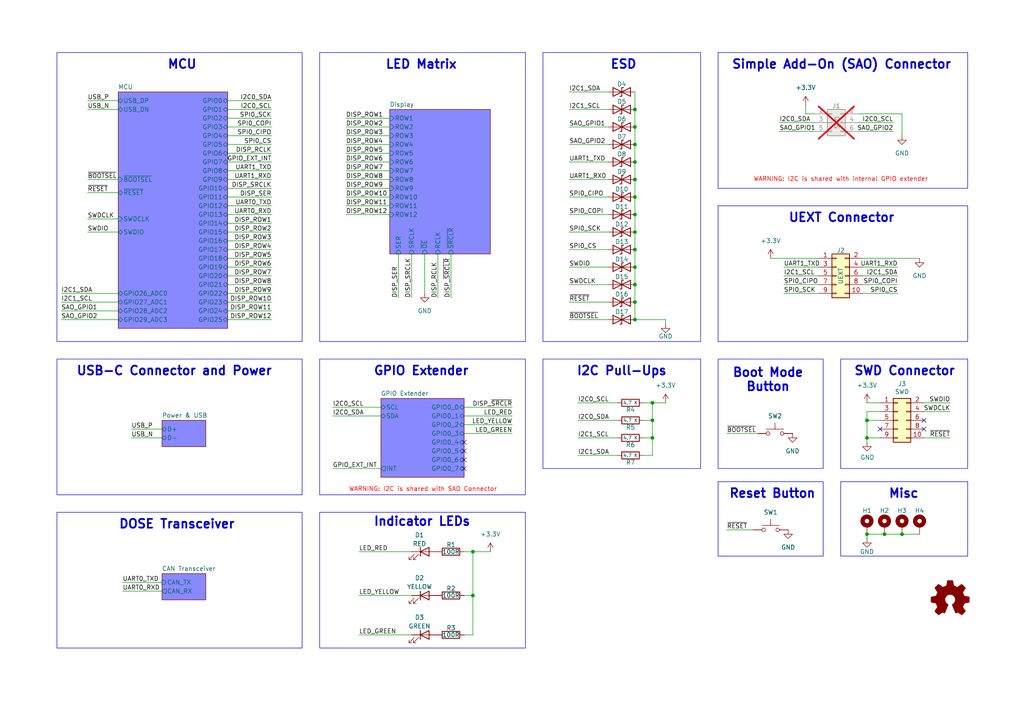
<source format=kicad_sch>
(kicad_sch (version 20250114) (generator "eeschema") (generator_version "9.0")
  (paper "A4")
  (title_block (title "Badge for RIOT Summit '25") (date "2025-08-03") (rev "0.1") (company "Marian Buschsieweke") (comment 1 "With lots of help from https://badge.team"))
  (lib_symbols
    (symbol "Connector_Generic:Conn_02x03_Odd_Even" (pin_names (offset 1.016) (hide yes))
      (property "Reference" "J" (at 1.27 5.08 0))
      (property "Value" "Conn_02x03_Odd_Even" (at 1.27 -5.08 0))
      (symbol "Conn_02x03_Odd_Even_1_1"
        (rectangle (start -1.27 3.81) (end 3.81 -3.81) (stroke (width 0.254)) (fill (type background)))
        (rectangle (start -1.27 2.667) (end 0 2.413) (stroke (width 0.1524)))
        (rectangle (start -1.27 0.127) (end 0 -0.127) (stroke (width 0.1524)))
        (rectangle (start -1.27 -2.413) (end 0 -2.667) (stroke (width 0.1524)))
        (rectangle (start 3.81 2.667) (end 2.54 2.413) (stroke (width 0.1524)))
        (rectangle (start 3.81 0.127) (end 2.54 -0.127) (stroke (width 0.1524)))
        (rectangle (start 3.81 -2.413) (end 2.54 -2.667) (stroke (width 0.1524)))
        (pin passive line (at -5.08 2.54 0) (length 3.81) (name "Pin_1") (number "1"))
        (pin passive line (at -5.08 0 0) (length 3.81) (name "Pin_3") (number "3"))
        (pin passive line (at -5.08 -2.54 0) (length 3.81) (name "Pin_5") (number "5"))
        (pin passive line (at 7.62 2.54 180) (length 3.81) (name "Pin_2") (number "2"))
        (pin passive line (at 7.62 0 180) (length 3.81) (name "Pin_4") (number "4"))
        (pin passive line (at 7.62 -2.54 180) (length 3.81) (name "Pin_6") (number "6"))
      )
    )
    (symbol "Connector_Generic:Conn_02x05_Odd_Even" (pin_names (offset 1.016) (hide yes))
      (property "Reference" "J" (at 1.27 7.62 0))
      (property "Value" "Conn_02x05_Odd_Even" (at 1.27 -7.62 0))
      (symbol "Conn_02x05_Odd_Even_1_1"
        (rectangle (start -1.27 6.35) (end 3.81 -6.35) (stroke (width 0.254)) (fill (type background)))
        (rectangle (start -1.27 5.207) (end 0 4.953) (stroke (width 0.1524)))
        (rectangle (start -1.27 2.667) (end 0 2.413) (stroke (width 0.1524)))
        (rectangle (start -1.27 0.127) (end 0 -0.127) (stroke (width 0.1524)))
        (rectangle (start -1.27 -2.413) (end 0 -2.667) (stroke (width 0.1524)))
        (rectangle (start -1.27 -4.953) (end 0 -5.207) (stroke (width 0.1524)))
        (rectangle (start 3.81 5.207) (end 2.54 4.953) (stroke (width 0.1524)))
        (rectangle (start 3.81 2.667) (end 2.54 2.413) (stroke (width 0.1524)))
        (rectangle (start 3.81 0.127) (end 2.54 -0.127) (stroke (width 0.1524)))
        (rectangle (start 3.81 -2.413) (end 2.54 -2.667) (stroke (width 0.1524)))
        (rectangle (start 3.81 -4.953) (end 2.54 -5.207) (stroke (width 0.1524)))
        (pin passive line (at -5.08 5.08 0) (length 3.81) (name "Pin_1") (number "1"))
        (pin passive line (at -5.08 2.54 0) (length 3.81) (name "Pin_3") (number "3"))
        (pin passive line (at -5.08 0 0) (length 3.81) (name "Pin_5") (number "5"))
        (pin passive line (at -5.08 -2.54 0) (length 3.81) (name "Pin_7") (number "7"))
        (pin passive line (at -5.08 -5.08 0) (length 3.81) (name "Pin_9") (number "9"))
        (pin passive line (at 7.62 5.08 180) (length 3.81) (name "Pin_2") (number "2"))
        (pin passive line (at 7.62 2.54 180) (length 3.81) (name "Pin_4") (number "4"))
        (pin passive line (at 7.62 0 180) (length 3.81) (name "Pin_6") (number "6"))
        (pin passive line (at 7.62 -2.54 180) (length 3.81) (name "Pin_8") (number "8"))
        (pin passive line (at 7.62 -5.08 180) (length 3.81) (name "Pin_10") (number "10"))
      )
    )
    (symbol "Device:D_TVS" (pin_numbers (hide yes)) (pin_names (offset 1.016) (hide yes))
      (property "Reference" "D" (at 0 2.54 0))
      (property "Value" "D_TVS" (at 0 -2.54 0))
      (symbol "D_TVS_0_1"
        (polyline (pts (xy -2.54 1.27) (xy -2.54 -1.27) (xy 2.54 1.27) (xy 2.54 -1.27) (xy -2.54 1.27)) (stroke (width 0.254)))
        (polyline (pts (xy 0.508 1.27) (xy 0 1.27) (xy 0 -1.27) (xy -0.508 -1.27)) (stroke (width 0.254)))
        (polyline (pts (xy 1.27 0) (xy -1.27 0)))
      )
      (symbol "D_TVS_1_1"
        (pin passive line (at -3.81 0 0) (length 2.54) (name "A1") (number "1"))
        (pin passive line (at 3.81 0 180) (length 2.54) (name "A2") (number "2"))
      )
    )
    (symbol "Device:LED" (pin_numbers (hide yes)) (pin_names (offset 1.016) (hide yes))
      (property "Reference" "D" (at 0 2.54 0))
      (property "Value" "LED" (at 0 -2.54 0))
      (symbol "LED_0_1"
        (polyline (pts (xy -3.048 -0.762) (xy -4.572 -2.286) (xy -3.81 -2.286) (xy -4.572 -2.286) (xy -4.572 -1.524)))
        (polyline (pts (xy -1.778 -0.762) (xy -3.302 -2.286) (xy -2.54 -2.286) (xy -3.302 -2.286) (xy -3.302 -1.524)))
        (polyline (pts (xy -1.27 0) (xy 1.27 0)))
        (polyline (pts (xy -1.27 -1.27) (xy -1.27 1.27)) (stroke (width 0.254)))
        (polyline (pts (xy 1.27 -1.27) (xy 1.27 1.27) (xy -1.27 0) (xy 1.27 -1.27)) (stroke (width 0.254)))
      )
      (symbol "LED_1_1"
        (pin passive line (at -3.81 0 0) (length 2.54) (name "K") (number "1"))
        (pin passive line (at 3.81 0 180) (length 2.54) (name "A") (number "2"))
      )
    )
    (symbol "Device:R" (pin_numbers (hide yes)) (pin_names (offset 0))
      (property "Reference" "R" (at 2.032 0 90))
      (property "Value" "R" (at 0 0 90))
      (symbol "R_0_1"
        (rectangle (start -1.016 -2.54) (end 1.016 2.54) (stroke (width 0.254)))
      )
      (symbol "R_1_1"
        (pin passive line (at 0 3.81 270) (length 1.27) (name "~") (number "1"))
        (pin passive line (at 0 -3.81 90) (length 1.27) (name "~") (number "2"))
      )
    )
    (symbol "Graphic:Logo_Open_Hardware_Small" (in_bom no) (on_board no)
      (symbol "Logo_Open_Hardware_Small_0_1"
        (polyline (pts (xy 3.3528 -4.3434) (xy 3.302 -4.318) (xy 3.175 -4.2418) (xy 2.9972 -4.1148) (xy 2.7686 -3.9624) (xy 2.54 -3.81) (xy 2.3622 -3.7084) (xy 2.2352 -3.6068) (xy 2.1844 -3.5814) (xy 2.159 -3.6068) (xy 2.0574 -3.6576) (xy 1.905 -3.7338) (xy 1.8034 -3.7846) (xy 1.6764 -3.8354) (xy 1.6002 -3.8354) (xy 1.6002 -3.8354) (xy 1.5494 -3.7338) (xy 1.4732 -3.5306) (xy 1.3462 -3.302) (xy 1.2446 -3.0226) (xy 1.1176 -2.7178) (xy 0.9652 -2.413) (xy 0.8636 -2.1082) (xy 0.7366 -1.8288) (xy 0.6604 -1.6256) (xy 0.6096 -1.4732) (xy 0.5842 -1.397) (xy 0.5842 -1.397) (xy 0.6604 -1.3208) (xy 0.7874 -1.2446) (xy 1.0414 -1.016) (xy 1.2954 -0.6858) (xy 1.4478 -0.3302) (xy 1.524 0.0762) (xy 1.4732 0.4572) (xy 1.3208 0.8128) (xy 1.0668 1.143) (xy 0.762 1.3716) (xy 0.4064 1.524) (xy 0 1.5748) (xy -0.381 1.5494) (xy -0.7366 1.397) (xy -1.0668 1.143) (xy -1.2192 0.9906) (xy -1.397 0.6604) (xy -1.524 0.3048) (xy -1.524 0.2286) (xy -1.4986 -0.1778) (xy -1.397 -0.5334) (xy -1.1938 -0.8636) (xy -0.9144 -1.143) (xy -0.8636 -1.1684) (xy -0.7366 -1.27) (xy -0.635 -1.3462) (xy -0.5842 -1.397) (xy -1.0668 -2.5908) (xy -1.143 -2.794) (xy -1.2954 -3.1242) (xy -1.397 -3.4036) (xy -1.4986 -3.6322) (xy -1.5748 -3.7846) (xy -1.6002 -3.8354) (xy -1.6002 -3.8354) (xy -1.651 -3.8354) (xy -1.7272 -3.81) (xy -1.905 -3.7338) (xy -2.0066 -3.683) (xy -2.1336 -3.6068) (xy -2.2098 -3.5814) (xy -2.2606 -3.6068) (xy -2.3622 -3.683) (xy -2.54 -3.81) (xy -2.7686 -3.9624) (xy -2.9718 -4.0894) (xy -3.1496 -4.2164) (xy -3.302 -4.318) (xy -3.3528 -4.3434) (xy -3.3782 -4.3434) (xy -3.429 -4.318) (xy -3.5306 -4.2164) (xy -3.7084 -4.064) (xy -3.937 -3.8354) (xy -3.9624 -3.81) (xy -4.1656 -3.6068) (xy -4.318 -3.4544) (xy -4.4196 -3.3274) (xy -4.445 -3.2766) (xy -4.445 -3.2766) (xy -4.4196 -3.2258) (xy -4.318 -3.0734) (xy -4.2164 -2.8956) (xy -4.064 -2.667) (xy -3.6576 -2.0828) (xy -3.8862 -1.5494) (xy -3.937 -1.3716) (xy -4.0386 -1.1684) (xy -4.0894 -1.0414) (xy -4.1148 -0.9652) (xy -4.191 -0.9398) (xy -4.318 -0.9144) (xy -4.5466 -0.8636) (xy -4.8006 -0.8128) (xy -5.0546 -0.7874) (xy -5.2578 -0.7366) (xy -5.4356 -0.7112) (xy -5.5118 -0.6858) (xy -5.5118 -0.6858) (xy -5.5372 -0.635) (xy -5.5372 -0.5588) (xy -5.5372 -0.4318) (xy -5.5626 -0.2286) (xy -5.5626 0.0762) (xy -5.5626 0.127) (xy -5.5372 0.4064) (xy -5.5372 0.635) (xy -5.5372 0.762) (xy -5.5372 0.8382) (xy -5.5372 0.8382) (xy -5.461 0.8382) (xy -5.3086 0.889) (xy -5.08 0.9144) (xy -4.826 0.9652) (xy -4.8006 0.9906) (xy -4.5466 1.0414) (xy -4.318 1.0668) (xy -4.1656 1.1176) (xy -4.0894 1.143) (xy -4.0894 1.143) (xy -4.0386 1.2446) (xy -3.9624 1.4224) (xy -3.8608 1.6256) (xy -3.7846 1.8288) (xy -3.7084 2.0066) (xy -3.6576 2.159) (xy -3.6322 2.2098) (xy -3.6322 2.2098) (xy -3.683 2.286) (xy -3.7592 2.413) (xy -3.8862 2.5908) (xy -4.064 2.8194) (xy -4.064 2.8448) (xy -4.2164 3.0734) (xy -4.3434 3.2512) (xy -4.4196 3.3782) (xy -4.445 3.4544) (xy -4.445 3.4544) (xy -4.3942 3.5052) (xy -4.2926 3.6322) (xy -4.1148 3.81) (xy -3.937 4.0132) (xy -3.8608 4.064) (xy -3.6576 4.2926) (xy -3.5052 4.4196) (xy -3.4036 4.4958) (xy -3.3528 4.5212) (xy -3.3528 4.5212) (xy -3.302 4.4704) (xy -3.1496 4.3688) (xy -2.9718 4.2418) (xy -2.7432 4.0894) (xy -2.7178 4.0894) (xy -2.4892 3.937) (xy -2.3114 3.81) (xy -2.1844 3.7084) (xy -2.1336 3.683) (xy -2.1082 3.683) (xy -2.032 3.7084) (xy -1.8542 3.7592) (xy -1.6764 3.8354) (xy -1.4732 3.937) (xy -1.27 4.0132) (xy -1.143 4.064) (xy -1.0668 4.1148) (xy -1.0668 4.1148) (xy -1.0414 4.191) (xy -1.016 4.3434) (xy -0.9652 4.572) (xy -0.9144 4.8514) (xy -0.889 4.9022) (xy -0.8382 5.1562) (xy -0.8128 5.3848) (xy -0.7874 5.5372) (xy -0.762 5.588) (xy -0.7112 5.6134) (xy -0.5842 5.6134) (xy -0.4064 5.6134) (xy -0.1524 5.6134) (xy 0.0762 5.6134) (xy 0.3302 5.6134) (xy 0.5334 5.6134) (xy 0.6858 5.588) (xy 0.7366 5.588) (xy 0.7366 5.588) (xy 0.762 5.5118) (xy 0.8128 5.334) (xy 0.8382 5.1054) (xy 0.9144 4.826) (xy 0.9144 4.7752) (xy 0.9652 4.5212) (xy 1.016 4.2926) (xy 1.0414 4.1402) (xy 1.0668 4.0894) (xy 1.0668 4.0894) (xy 1.1938 4.0386) (xy 1.3716 3.9624) (xy 1.5748 3.8608) (xy 2.0828 3.6576) (xy 2.7178 4.0894) (xy 2.7686 4.1402) (xy 2.9972 4.2926) (xy 3.175 4.4196) (xy 3.302 4.4958) (xy 3.3782 4.5212) (xy 3.3782 4.5212) (xy 3.429 4.4704) (xy 3.556 4.3434) (xy 3.7338 4.191) (xy 3.9116 3.9878) (xy 4.064 3.8354) (xy 4.2418 3.6576) (xy 4.3434 3.556) (xy 4.4196 3.4798) (xy 4.4196 3.429) (xy 4.4196 3.4036) (xy 4.3942 3.3274) (xy 4.2926 3.2004) (xy 4.1656 2.9972) (xy 4.0132 2.794) (xy 3.8862 2.5908) (xy 3.7592 2.3876) (xy 3.6576 2.2352) (xy 3.6322 2.159) (xy 3.6322 2.1336) (xy 3.683 2.0066) (xy 3.7592 1.8288) (xy 3.8608 1.6002) (xy 4.064 1.1176) (xy 4.3942 1.0414) (xy 4.5974 1.016) (xy 4.8768 0.9652) (xy 5.1308 0.9144) (xy 5.5372 0.8382) (xy 5.5626 -0.6604) (xy 5.4864 -0.6858) (xy 5.4356 -0.6858) (xy 5.2832 -0.7366) (xy 5.0546 -0.762) (xy 4.8006 -0.8128) (xy 4.5974 -0.8636) (xy 4.3688 -0.9144) (xy 4.2164 -0.9398) (xy 4.1402 -0.9398) (xy 4.1148 -0.9652) (xy 4.064 -1.0668) (xy 3.9878 -1.2446) (xy 3.9116 -1.4478) (xy 3.81 -1.651) (xy 3.7338 -1.8542) (xy 3.683 -2.0066) (xy 3.6576 -2.0828) (xy 3.683 -2.1336) (xy 3.7846 -2.2606) (xy 3.8862 -2.4638) (xy 4.0386 -2.667) (xy 4.191 -2.8956) (xy 4.318 -3.0734) (xy 4.3942 -3.2004) (xy 4.445 -3.2766) (xy 4.4196 -3.3274) (xy 4.3434 -3.429) (xy 4.1656 -3.5814) (xy 3.937 -3.8354) (xy 3.8862 -3.8608) (xy 3.683 -4.064) (xy 3.5306 -4.2164) (xy 3.4036 -4.318) (xy 3.3528 -4.3434)) (fill (type outline)))
      )
    )
    (symbol "Mechanical:MountingHole_Pad" (pin_numbers (hide yes)) (pin_names (offset 1.016) (hide yes)) (in_bom no)
      (property "Reference" "H" (at 0 6.35 0))
      (property "Value" "MountingHole_Pad" (at 0 4.445 0))
      (symbol "MountingHole_Pad_0_1"
        (circle (center 0 1.27) (radius 1.27) (stroke (width 1.27)))
      )
      (symbol "MountingHole_Pad_1_1"
        (pin input line (at 0 -2.54 90) (length 2.54) (name "1") (number "1"))
      )
    )
    (symbol "Switch:SW_Push" (pin_numbers (hide yes)) (pin_names (offset 1.016) (hide yes))
      (property "Reference" "SW" (at 1.27 2.54 0))
      (property "Value" "SW_Push" (at 0 -1.524 0))
      (symbol "SW_Push_0_1"
        (circle (center -2.032 0) (radius 0.508))
        (polyline (pts (xy 0 1.27) (xy 0 3.048)))
        (circle (center 2.032 0) (radius 0.508))
        (polyline (pts (xy 2.54 1.27) (xy -2.54 1.27)))
        (pin passive line (at -5.08 0 0) (length 2.54) (name "1") (number "1"))
        (pin passive line (at 5.08 0 180) (length 2.54) (name "2") (number "2"))
      )
    )
    (symbol "power:+3.3V" (power) (pin_numbers (hide yes)) (pin_names (offset 0) (hide yes))
      (property "Value" "+3.3V" (at 0 3.556 0))
      (symbol "+3.3V_0_1"
        (polyline (pts (xy -0.762 1.27) (xy 0 2.54)))
        (polyline (pts (xy 0 2.54) (xy 0.762 1.27)))
        (polyline (pts (xy 0 0) (xy 0 2.54)))
      )
      (symbol "+3.3V_1_1"
        (pin power_in line (at 0 0 90) (length 0) (name "~") (number "1"))
      )
    )
    (symbol "power:GND" (power) (pin_numbers (hide yes)) (pin_names (offset 0) (hide yes))
      (property "Value" "GND" (at 0 -3.81 0))
      (symbol "GND_0_1"
        (polyline (pts (xy 0 0) (xy 0 -1.27) (xy 1.27 -1.27) (xy 0 -2.54) (xy -1.27 -1.27) (xy 0 -1.27)))
      )
      (symbol "GND_1_1"
        (pin power_in line (at 0 0 270) (length 0) (name "~") (number "1"))
      )
    )
  )
  (rectangle (start 243.84 104.14) (end 280.67 135.89))
  (rectangle (start 16.51 15.24) (end 87.63 99.06))
  (rectangle (start 157.48 15.24) (end 203.2 99.06))
  (rectangle (start 92.71 104.14) (end 152.4 143.51))
  (rectangle (start 208.28 104.14) (end 238.76 135.89))
  (rectangle (start 16.51 104.14) (end 87.63 143.51))
  (rectangle (start 16.51 148.59) (end 87.63 187.96))
  (rectangle (start 157.48 104.14) (end 203.2 135.89))
  (rectangle (start 208.28 15.24) (end 280.67 54.61))
  (rectangle (start 208.28 59.69) (end 280.67 99.06))
  (rectangle (start 92.71 148.59) (end 152.4 187.96))
  (rectangle (start 243.84 139.7) (end 280.67 161.29))
  (rectangle (start 208.28 139.7) (end 238.76 161.29))
  (rectangle (start 92.71 15.24) (end 152.4 99.06))
  (text "UEXT Connector" (at 244.094 63.246 0) (effects (font (size 2.54 2.54) (thickness 0.508) (bold yes))))
  (text "Misc" (at 262.128 143.256 0) (effects (font (size 2.54 2.54) (thickness 0.508) (bold yes))))
  (text "GPIO Extender" (at 122.174 107.696 0) (effects (font (size 2.54 2.54) (thickness 0.508) (bold yes))))
  (text "Boot Mode\nButton" (at 222.758 110.236 0) (effects (font (size 2.54 2.54) (thickness 0.508) (bold yes))))
  (text "Indicator LEDs" (at 122.428 151.384 0) (effects (font (size 2.54 2.54) (thickness 0.508) (bold yes))))
  (text "Reset Button" (at 224.028 143.256 0) (effects (font (size 2.54 2.54) (thickness 0.508) (bold yes))))
  (text "LED Matrix" (at 122.174 18.796 0) (effects (font (size 2.54 2.54) (thickness 0.508) (bold yes))))
  (text "ESD" (at 180.848 18.796 0) (effects (font (size 2.54 2.54) (thickness 0.508) (bold yes))))
  (text "I2C Pull-Ups" (at 180.34 107.696 0) (effects (font (size 2.54 2.54) (thickness 0.508) (bold yes))))
  (text "WARNING: I2C is shared with internal GPIO extender" (at 243.84 52.07 0) (effects (font (size 1.27 1.27))))
  (text "WARNING: I2C is shared with SAO Connector" (at 122.682 141.986 0) (effects (font (size 1.27 1.27))))
  (text "Simple Add-On (SAO) Connector" (at 244.094 18.796 0) (effects (font (size 2.54 2.54) (thickness 0.508) (bold yes))))
  (text "SWD Connector" (at 262.382 107.696 0) (effects (font (size 2.54 2.54) (thickness 0.508) (bold yes))))
  (text "USB-C Connector and Power" (at 50.546 107.696 0) (effects (font (size 2.54 2.54) (thickness 0.508) (bold yes))))
  (text "MCU" (at 52.832 18.796 0) (effects (font (size 2.54 2.54) (thickness 0.508) (bold yes))))
  (text "DOSE Transceiver" (at 51.308 152.146 0) (effects (font (size 2.54 2.54) (thickness 0.508) (bold yes))))
  (junction (at 189.23 116.84))
  (junction (at 184.15 52.07))
  (junction (at 184.15 67.31))
  (junction (at 189.23 121.92))
  (junction (at 184.15 82.55))
  (junction (at 184.15 57.15))
  (junction (at 184.15 72.39))
  (junction (at 184.15 31.75))
  (junction (at 184.15 36.83))
  (junction (at 256.54 154.94))
  (junction (at 251.46 154.94))
  (junction (at 184.15 46.99))
  (junction (at 184.15 77.47))
  (junction (at 137.16 172.72))
  (junction (at 251.46 121.92))
  (junction (at 251.46 127))
  (junction (at 261.62 154.94))
  (junction (at 184.15 92.71))
  (junction (at 184.15 62.23))
  (junction (at 189.23 127))
  (junction (at 184.15 41.91))
  (junction (at 184.15 87.63))
  (junction (at 137.16 160.02))
  (no_connect (at 134.62 130.81))
  (no_connect (at 134.62 128.27))
  (no_connect (at 267.97 121.92))
  (no_connect (at 134.62 135.89))
  (no_connect (at 267.97 124.46))
  (no_connect (at 255.27 124.46))
  (no_connect (at 134.62 133.35))
  (wire (pts (xy 223.52 74.93) (xy 237.49 74.93)))
  (wire (pts (xy 251.46 119.38) (xy 255.27 119.38)))
  (wire (pts (xy 96.52 135.89) (xy 110.49 135.89)))
  (wire (pts (xy 210.82 153.67) (xy 218.44 153.67)))
  (wire (pts (xy 100.33 52.07) (xy 113.03 52.07)))
  (wire (pts (xy 100.33 41.91) (xy 113.03 41.91)))
  (wire (pts (xy 96.52 120.65) (xy 110.49 120.65)))
  (wire (pts (xy 134.62 120.65) (xy 148.59 120.65)))
  (wire (pts (xy 100.33 62.23) (xy 113.03 62.23)))
  (wire (pts (xy 134.62 125.73) (xy 148.59 125.73)))
  (wire (pts (xy 255.27 121.92) (xy 251.46 121.92)))
  (wire (pts (xy 137.16 160.02) (xy 142.24 160.02)))
  (wire (pts (xy 167.64 132.08) (xy 179.07 132.08)))
  (wire (pts (xy 186.69 121.92) (xy 189.23 121.92)))
  (wire (pts (xy 165.1 87.63) (xy 176.53 87.63)))
  (wire (pts (xy 227.33 82.55) (xy 237.49 82.55)))
  (wire (pts (xy 100.33 44.45) (xy 113.03 44.45)))
  (wire (pts (xy 123.19 73.66) (xy 123.19 85.09)))
  (wire (pts (xy 100.33 49.53) (xy 113.03 49.53)))
  (wire (pts (xy 137.16 184.15) (xy 134.62 184.15)))
  (wire (pts (xy 66.04 29.21) (xy 78.74 29.21)))
  (wire (pts (xy 100.33 36.83) (xy 113.03 36.83)))
  (wire (pts (xy 184.15 46.99) (xy 184.15 52.07)))
  (wire (pts (xy 261.62 39.37) (xy 261.62 33.02)))
  (wire (pts (xy 66.04 46.99) (xy 78.74 46.99)))
  (wire (pts (xy 104.14 172.72) (xy 119.38 172.72)))
  (wire (pts (xy 184.15 31.75) (xy 184.15 36.83)))
  (wire (pts (xy 104.14 160.02) (xy 119.38 160.02)))
  (wire (pts (xy 100.33 57.15) (xy 113.03 57.15)))
  (wire (pts (xy 250.19 85.09) (xy 260.35 85.09)))
  (wire (pts (xy 130.81 73.66) (xy 130.81 86.36)))
  (wire (pts (xy 251.46 154.94) (xy 251.46 156.21)))
  (wire (pts (xy 17.78 92.71) (xy 34.29 92.71)))
  (wire (pts (xy 66.04 82.55) (xy 78.74 82.55)))
  (wire (pts (xy 66.04 59.69) (xy 78.74 59.69)))
  (wire (pts (xy 66.04 64.77) (xy 78.74 64.77)))
  (wire (pts (xy 134.62 118.11) (xy 148.59 118.11)))
  (wire (pts (xy 233.68 30.48) (xy 233.68 33.02)))
  (wire (pts (xy 66.04 69.85) (xy 78.74 69.85)))
  (wire (pts (xy 165.1 41.91) (xy 176.53 41.91)))
  (wire (pts (xy 134.62 123.19) (xy 148.59 123.19)))
  (wire (pts (xy 66.04 85.09) (xy 78.74 85.09)))
  (wire (pts (xy 134.62 160.02) (xy 137.16 160.02)))
  (wire (pts (xy 226.06 38.1) (xy 236.22 38.1)))
  (wire (pts (xy 25.4 67.31) (xy 34.29 67.31)))
  (wire (pts (xy 165.1 46.99) (xy 176.53 46.99)))
  (wire (pts (xy 189.23 116.84) (xy 193.04 116.84)))
  (wire (pts (xy 250.19 74.93) (xy 266.7 74.93)))
  (wire (pts (xy 66.04 34.29) (xy 78.74 34.29)))
  (wire (pts (xy 25.4 63.5) (xy 34.29 63.5)))
  (wire (pts (xy 66.04 49.53) (xy 78.74 49.53)))
  (wire (pts (xy 184.15 52.07) (xy 184.15 57.15)))
  (wire (pts (xy 233.68 33.02) (xy 236.22 33.02)))
  (wire (pts (xy 100.33 59.69) (xy 113.03 59.69)))
  (wire (pts (xy 66.04 39.37) (xy 78.74 39.37)))
  (wire (pts (xy 66.04 41.91) (xy 78.74 41.91)))
  (wire (pts (xy 66.04 67.31) (xy 78.74 67.31)))
  (wire (pts (xy 251.46 121.92) (xy 251.46 127)))
  (wire (pts (xy 227.33 80.01) (xy 237.49 80.01)))
  (wire (pts (xy 184.15 72.39) (xy 184.15 77.47)))
  (wire (pts (xy 267.97 127) (xy 275.59 127)))
  (wire (pts (xy 251.46 116.84) (xy 255.27 116.84)))
  (wire (pts (xy 119.38 73.66) (xy 119.38 86.36)))
  (wire (pts (xy 251.46 127) (xy 251.46 128.27)))
  (wire (pts (xy 66.04 87.63) (xy 78.74 87.63)))
  (wire (pts (xy 66.04 77.47) (xy 78.74 77.47)))
  (wire (pts (xy 165.1 82.55) (xy 176.53 82.55)))
  (wire (pts (xy 184.15 87.63) (xy 184.15 92.71)))
  (wire (pts (xy 167.64 116.84) (xy 179.07 116.84)))
  (wire (pts (xy 100.33 34.29) (xy 113.03 34.29)))
  (wire (pts (xy 250.19 80.01) (xy 260.35 80.01)))
  (wire (pts (xy 250.19 77.47) (xy 260.35 77.47)))
  (wire (pts (xy 134.62 172.72) (xy 137.16 172.72)))
  (wire (pts (xy 189.23 116.84) (xy 189.23 121.92)))
  (wire (pts (xy 17.78 85.09) (xy 34.29 85.09)))
  (wire (pts (xy 25.4 31.75) (xy 34.29 31.75)))
  (wire (pts (xy 186.69 116.84) (xy 189.23 116.84)))
  (wire (pts (xy 184.15 92.71) (xy 193.04 92.71)))
  (wire (pts (xy 167.64 121.92) (xy 179.07 121.92)))
  (wire (pts (xy 267.97 116.84) (xy 275.59 116.84)))
  (wire (pts (xy 165.1 72.39) (xy 176.53 72.39)))
  (wire (pts (xy 227.33 77.47) (xy 237.49 77.47)))
  (wire (pts (xy 184.15 41.91) (xy 184.15 46.99)))
  (wire (pts (xy 165.1 92.71) (xy 176.53 92.71)))
  (wire (pts (xy 25.4 52.07) (xy 34.29 52.07)))
  (wire (pts (xy 189.23 132.08) (xy 186.69 132.08)))
  (wire (pts (xy 66.04 80.01) (xy 78.74 80.01)))
  (wire (pts (xy 100.33 46.99) (xy 113.03 46.99)))
  (wire (pts (xy 100.33 54.61) (xy 113.03 54.61)))
  (wire (pts (xy 17.78 87.63) (xy 34.29 87.63)))
  (wire (pts (xy 115.57 73.66) (xy 115.57 86.36)))
  (wire (pts (xy 66.04 92.71) (xy 78.74 92.71)))
  (wire (pts (xy 184.15 57.15) (xy 184.15 62.23)))
  (wire (pts (xy 165.1 67.31) (xy 176.53 67.31)))
  (wire (pts (xy 189.23 121.92) (xy 189.23 127)))
  (wire (pts (xy 38.1 127) (xy 46.99 127)))
  (wire (pts (xy 189.23 127) (xy 189.23 132.08)))
  (wire (pts (xy 66.04 57.15) (xy 78.74 57.15)))
  (wire (pts (xy 66.04 44.45) (xy 78.74 44.45)))
  (wire (pts (xy 186.69 127) (xy 189.23 127)))
  (wire (pts (xy 184.15 67.31) (xy 184.15 72.39)))
  (wire (pts (xy 66.04 90.17) (xy 78.74 90.17)))
  (wire (pts (xy 250.19 82.55) (xy 260.35 82.55)))
  (wire (pts (xy 137.16 172.72) (xy 137.16 184.15)))
  (wire (pts (xy 25.4 55.88) (xy 34.29 55.88)))
  (wire (pts (xy 226.06 35.56) (xy 236.22 35.56)))
  (wire (pts (xy 38.1 124.46) (xy 46.99 124.46)))
  (wire (pts (xy 184.15 26.67) (xy 184.15 31.75)))
  (wire (pts (xy 184.15 62.23) (xy 184.15 67.31)))
  (wire (pts (xy 66.04 52.07) (xy 78.74 52.07)))
  (wire (pts (xy 251.46 154.94) (xy 256.54 154.94)))
  (wire (pts (xy 66.04 31.75) (xy 78.74 31.75)))
  (wire (pts (xy 248.92 35.56) (xy 259.08 35.56)))
  (wire (pts (xy 137.16 160.02) (xy 137.16 172.72)))
  (wire (pts (xy 184.15 36.83) (xy 184.15 41.91)))
  (wire (pts (xy 66.04 72.39) (xy 78.74 72.39)))
  (wire (pts (xy 100.33 39.37) (xy 113.03 39.37)))
  (wire (pts (xy 184.15 82.55) (xy 184.15 87.63)))
  (wire (pts (xy 66.04 54.61) (xy 78.74 54.61)))
  (wire (pts (xy 261.62 154.94) (xy 266.7 154.94)))
  (wire (pts (xy 165.1 31.75) (xy 176.53 31.75)))
  (wire (pts (xy 256.54 154.94) (xy 261.62 154.94)))
  (wire (pts (xy 251.46 127) (xy 255.27 127)))
  (wire (pts (xy 210.82 125.73) (xy 219.71 125.73)))
  (wire (pts (xy 127 73.66) (xy 127 86.36)))
  (wire (pts (xy 165.1 77.47) (xy 176.53 77.47)))
  (wire (pts (xy 267.97 119.38) (xy 275.59 119.38)))
  (wire (pts (xy 165.1 26.67) (xy 176.53 26.67)))
  (wire (pts (xy 184.15 77.47) (xy 184.15 82.55)))
  (wire (pts (xy 66.04 62.23) (xy 78.74 62.23)))
  (wire (pts (xy 25.4 29.21) (xy 34.29 29.21)))
  (wire (pts (xy 96.52 118.11) (xy 110.49 118.11)))
  (wire (pts (xy 66.04 36.83) (xy 78.74 36.83)))
  (wire (pts (xy 165.1 36.83) (xy 176.53 36.83)))
  (wire (pts (xy 261.62 33.02) (xy 248.92 33.02)))
  (wire (pts (xy 17.78 90.17) (xy 34.29 90.17)))
  (wire (pts (xy 35.56 171.45) (xy 46.99 171.45)))
  (wire (pts (xy 167.64 127) (xy 179.07 127)))
  (wire (pts (xy 248.92 38.1) (xy 259.08 38.1)))
  (wire (pts (xy 165.1 52.07) (xy 176.53 52.07)))
  (wire (pts (xy 104.14 184.15) (xy 119.38 184.15)))
  (wire (pts (xy 66.04 74.93) (xy 78.74 74.93)))
  (wire (pts (xy 165.1 62.23) (xy 176.53 62.23)))
  (wire (pts (xy 193.04 92.71) (xy 193.04 93.98)))
  (wire (pts (xy 35.56 168.91) (xy 46.99 168.91)))
  (wire (pts (xy 165.1 57.15) (xy 176.53 57.15)))
  (wire (pts (xy 227.33 85.09) (xy 237.49 85.09)))
  (wire (pts (xy 251.46 121.92) (xy 251.46 119.38)))
  (label "SPI0_SCK" (at 78.74 34.29 180))
  (label "UART0_TXD" (at 78.74 59.69 180))
  (label "DISP_ROW9" (at 100.33 54.61 0))
  (label "DISP_ROW7" (at 78.74 80.01 180))
  (label "UART0_TXD" (at 35.56 168.91 0))
  (label "DISP_ROW8" (at 78.74 82.55 180))
  (label "I2C1_SDA" (at 165.1 26.67 0))
  (label "I2C1_SDA" (at 260.35 80.01 180))
  (label "SPI0_COPI" (at 165.1 62.23 0))
  (label "USB_P" (at 25.4 29.21 0))
  (label "LED_GREEN" (at 104.14 184.15 0))
  (label "GPIO_EXT_INT" (at 96.52 135.89 0))
  (label "DISP_ROW11" (at 100.33 59.69 0))
  (label "I2C0_SDA" (at 78.74 29.21 180))
  (label "I2C1_SCL" (at 227.33 80.01 0))
  (label "I2C1_SDA" (at 167.64 132.08 0))
  (label "SWDCLK" (at 25.4 63.5 0))
  (label "DISP_ROW3" (at 78.74 69.85 180))
  (label "SPI0_CIPO" (at 227.33 82.55 0))
  (label "SWDIO" (at 25.4 67.31 0))
  (label "DISP_ROW4" (at 100.33 41.91 0))
  (label "SAO_GPIO1" (at 17.78 90.17 0))
  (label "DISP_RCLK" (at 127 86.36 90))
  (label "DISP_ROW2" (at 78.74 67.31 180))
  (label "~{RESET}" (at 25.4 55.88 0))
  (label "USB_N" (at 25.4 31.75 0))
  (label "I2C0_SDA" (at 96.52 120.65 0))
  (label "USB_N" (at 38.1 127 0))
  (label "I2C1_SCL" (at 17.78 87.63 0))
  (label "DISP_ROW1" (at 100.33 34.29 0))
  (label "DISP_ROW12" (at 100.33 62.23 0))
  (label "SAO_GPIO2" (at 17.78 92.71 0))
  (label "SPI0_CIPO" (at 78.74 39.37 180))
  (label "DISP_ROW3" (at 100.33 39.37 0))
  (label "DISP_ROW1" (at 78.74 64.77 180))
  (label "I2C0_SCL" (at 259.08 35.56 180))
  (label "UART1_TXD" (at 165.1 46.99 0))
  (label "DISP_ROW7" (at 100.33 49.53 0))
  (label "DISP_ROW5" (at 100.33 44.45 0))
  (label "DISP_ROW2" (at 100.33 36.83 0))
  (label "I2C1_SCL" (at 165.1 31.75 0))
  (label "I2C0_SDA" (at 226.06 35.56 0))
  (label "UART0_RXD" (at 78.74 62.23 180))
  (label "~{RESET}" (at 275.59 127 180))
  (label "LED_RED" (at 104.14 160.02 0))
  (label "DISP_SRCLK" (at 78.74 54.61 180))
  (label "UART0_RXD" (at 35.56 171.45 0))
  (label "SAO_GPIO2" (at 165.1 41.91 0))
  (label "USB_P" (at 38.1 124.46 0))
  (label "SPI0_COPI" (at 78.74 36.83 180))
  (label "DISP_ROW10" (at 78.74 87.63 180))
  (label "LED_YELLOW" (at 104.14 172.72 0))
  (label "I2C1_SDA" (at 17.78 85.09 0))
  (label "LED_RED" (at 148.59 120.65 180))
  (label "UART1_TXD" (at 227.33 77.47 0))
  (label "~{BOOTSEL}" (at 25.4 52.07 0))
  (label "I2C0_SCL" (at 96.52 118.11 0))
  (label "~{RESET}" (at 210.82 153.67 0))
  (label "DISP_ROW12" (at 78.74 92.71 180))
  (label "SWDIO" (at 275.59 116.84 180))
  (label "DISP_ROW11" (at 78.74 90.17 180))
  (label "DISP_ROW4" (at 78.74 72.39 180))
  (label "SAO_GPIO2" (at 259.08 38.1 180))
  (label "SPI0_SCK" (at 227.33 85.09 0))
  (label "DISP_SER" (at 115.57 86.36 90))
  (label "UART1_RXD" (at 260.35 77.47 180))
  (label "DISP_ROW5" (at 78.74 74.93 180))
  (label "LED_YELLOW" (at 148.59 123.19 180))
  (label "DISP_ROW9" (at 78.74 85.09 180))
  (label "SWDCLK" (at 275.59 119.38 180))
  (label "UART1_TXD" (at 78.74 49.53 180))
  (label "I2C0_SCL" (at 78.74 31.75 180))
  (label "DISP_RCLK" (at 78.74 44.45 180))
  (label "SPI0_CIPO" (at 165.1 57.15 0))
  (label "DISP_~{SRCLR}" (at 148.59 118.11 180))
  (label "LED_GREEN" (at 148.59 125.73 180))
  (label "I2C1_SCL" (at 167.64 127 0))
  (label "SPI0_CS" (at 165.1 72.39 0))
  (label "SPI0_CS" (at 78.74 41.91 180))
  (label "DISP_SRCLK" (at 119.38 86.36 90))
  (label "DISP_ROW10" (at 100.33 57.15 0))
  (label "DISP_ROW6" (at 78.74 77.47 180))
  (label "SPI0_COPI" (at 260.35 82.55 180))
  (label "~{RESET}" (at 165.1 87.63 0))
  (label "SWDIO" (at 165.1 77.47 0))
  (label "GPIO_EXT_INT" (at 78.74 46.99 180))
  (label "DISP_ROW8" (at 100.33 52.07 0))
  (label "~{BOOTSEL}" (at 210.82 125.73 0))
  (label "UART1_RXD" (at 78.74 52.07 180))
  (label "SPI0_CS" (at 260.35 85.09 180))
  (label "UART1_RXD" (at 165.1 52.07 0))
  (label "DISP_~{SRCLR}" (at 130.81 86.36 90))
  (label "I2C0_SCL" (at 167.64 116.84 0))
  (label "DISP_SER" (at 78.74 57.15 180))
  (label "~{BOOTSEL}" (at 165.1 92.71 0))
  (label "SWDCLK" (at 165.1 82.55 0))
  (label "I2C0_SDA" (at 167.64 121.92 0))
  (label "SAO_GPIO1" (at 226.06 38.1 0))
  (label "SPI0_SCK" (at 165.1 67.31 0))
  (label "SAO_GPIO1" (at 165.1 36.83 0))
  (label "DISP_ROW6" (at 100.33 46.99 0))
  (symbol (lib_id "Connector_Generic:Conn_02x05_Odd_Even") (at 260.35 121.92 0) (unit 1)
    (property "Reference" "J3" (at 261.62 111.3282 0))
    (property "Value" "SWD" (at 261.62 113.6396 0))
    (property "Footprint" "custom:CONN-SMD_FTSH-105-01-L-DV-K-TR" (effects (hide yes)))
    (property "P/N" "FTSH-105-01-L-DV-K-TR" (effects (hide yes)))
    (property "LCSC" "C448647" (effects (hide yes)))
    (property "FT Rotation Offset" "-90" (effects (hide yes)))
  )
  (symbol (lib_id "power:GND") (at 251.46 128.27 0) (unit 1)
    (property "Reference" "#PWR010" (effects (hide yes)))
    (property "Value" "GND" (at 251.587 132.6642 0))
  )
  (symbol (lib_id "power:+3.3V") (at 251.46 116.84 0) (unit 1)
    (property "Reference" "#PWR09" (effects (hide yes)))
    (property "Value" "+3.3V" (at 251.46 111.76 0))
    (property "Description" "Power symbol creates a global label with name \"+3.3V\"" (effects (hide yes)))
  )
  (symbol (lib_id "power:GND") (at 229.87 125.73 0) (unit 1)
    (property "Reference" "#PWR07" (effects (hide yes)))
    (property "Value" "GND" (at 229.87 130.81 0))
    (property "Description" "Power symbol creates a global label with name \"GND\" , ground" (effects (hide yes)))
  )
  (symbol (lib_id "Device:D_TVS") (at 180.34 52.07 0) (unit 1)
    (property "Reference" "D9" (at 180.34 49.784 0))
    (property "Value" "D_TVS" (effects (hide yes)))
    (property "Footprint" "custom:SOD-882_L1.0-W0.6-BI" (effects (hide yes)))
    (property "Datasheet" "https://jlcpcb.com/api/file/downloadByFileSystemAccessId/8590905117283729408" (effects (hide yes)))
    (property "Description" "Bidirectional transient-voltage-suppression diode" (effects (hide yes)))
    (property "LCSC" "C7420372" (effects (hide yes)))
  )
  (symbol (lib_id "Device:R") (at 182.88 127 270) (unit 1)
    (property "Reference" "R6" (at 182.88 129.032 90))
    (property "Value" "4.7 K" (at 182.88 127 90) (effects (font (size 1.016 1.016))))
    (property "Footprint" "Resistor_SMD:R_0402_1005Metric" (effects (hide yes)))
    (property "Datasheet" "https://jlcpcb.com/api/file/downloadByFileSystemAccessId/8579705941367193600" (effects (hide yes)))
    (property "Description" "Resistor" (effects (hide yes)))
    (property "LCSC" "C25900" (effects (hide yes)))
  )
  (symbol (lib_id "Device:R") (at 182.88 132.08 270) (unit 1)
    (property "Reference" "R7" (at 182.88 134.112 90))
    (property "Value" "4.7 K" (at 182.88 132.08 90) (effects (font (size 1.016 1.016))))
    (property "Footprint" "Resistor_SMD:R_0402_1005Metric" (effects (hide yes)))
    (property "Datasheet" "https://jlcpcb.com/api/file/downloadByFileSystemAccessId/8579705941367193600" (effects (hide yes)))
    (property "Description" "Resistor" (effects (hide yes)))
    (property "LCSC" "C25900" (effects (hide yes)))
  )
  (symbol (lib_id "Device:D_TVS") (at 180.34 57.15 0) (unit 1)
    (property "Reference" "D10" (at 180.34 54.864 0))
    (property "Value" "D_TVS" (effects (hide yes)))
    (property "Footprint" "custom:SOD-882_L1.0-W0.6-BI" (effects (hide yes)))
    (property "Datasheet" "https://jlcpcb.com/api/file/downloadByFileSystemAccessId/8590905117283729408" (effects (hide yes)))
    (property "Description" "Bidirectional transient-voltage-suppression diode" (effects (hide yes)))
    (property "LCSC" "C7420372" (effects (hide yes)))
  )
  (symbol (lib_id "power:GND") (at 266.7 74.93 0) (unit 1)
    (property "Reference" "#PWR013" (effects (hide yes)))
    (property "Value" "GND" (at 266.7 80.01 0))
    (property "Description" "Power symbol creates a global label with name \"GND\" , ground" (effects (hide yes)))
  )
  (symbol (lib_id "Mechanical:MountingHole_Pad") (at 256.54 152.4 0) (unit 1) (in_bom no)
    (property "Reference" "H2" (at 256.54 148.082 0))
    (property "Value" "MountingHole_Pad" (effects (hide yes)))
    (property "Footprint" "MountingHole:MountingHole_2.2mm_M2_DIN965_Pad" (effects (hide yes)))
    (property "Description" "Mounting Hole with connection" (effects (hide yes)))
  )
  (symbol (lib_id "Device:D_TVS") (at 180.34 82.55 0) (unit 1)
    (property "Reference" "D15" (at 180.34 80.264 0))
    (property "Value" "D_TVS" (effects (hide yes)))
    (property "Footprint" "custom:SOD-882_L1.0-W0.6-BI" (effects (hide yes)))
    (property "Datasheet" "https://jlcpcb.com/api/file/downloadByFileSystemAccessId/8590905117283729408" (effects (hide yes)))
    (property "Description" "Bidirectional transient-voltage-suppression diode" (effects (hide yes)))
    (property "LCSC" "C7420372" (effects (hide yes)))
  )
  (symbol (lib_id "Device:D_TVS") (at 180.34 36.83 0) (unit 1)
    (property "Reference" "D6" (at 180.34 34.544 0))
    (property "Value" "D_TVS" (effects (hide yes)))
    (property "Footprint" "custom:SOD-882_L1.0-W0.6-BI" (effects (hide yes)))
    (property "Datasheet" "https://jlcpcb.com/api/file/downloadByFileSystemAccessId/8590905117283729408" (effects (hide yes)))
    (property "Description" "Bidirectional transient-voltage-suppression diode" (effects (hide yes)))
    (property "LCSC" "C7420372" (effects (hide yes)))
  )
  (symbol (lib_id "Device:D_TVS") (at 180.34 77.47 0) (unit 1)
    (property "Reference" "D14" (at 180.34 75.184 0))
    (property "Value" "D_TVS" (effects (hide yes)))
    (property "Footprint" "custom:SOD-882_L1.0-W0.6-BI" (effects (hide yes)))
    (property "Datasheet" "https://jlcpcb.com/api/file/downloadByFileSystemAccessId/8590905117283729408" (effects (hide yes)))
    (property "Description" "Bidirectional transient-voltage-suppression diode" (effects (hide yes)))
    (property "LCSC" "C7420372" (effects (hide yes)))
  )
  (symbol (lib_id "Device:D_TVS") (at 180.34 46.99 0) (unit 1)
    (property "Reference" "D8" (at 180.34 44.704 0))
    (property "Value" "D_TVS" (effects (hide yes)))
    (property "Footprint" "custom:SOD-882_L1.0-W0.6-BI" (effects (hide yes)))
    (property "Datasheet" "https://jlcpcb.com/api/file/downloadByFileSystemAccessId/8590905117283729408" (effects (hide yes)))
    (property "Description" "Bidirectional transient-voltage-suppression diode" (effects (hide yes)))
    (property "LCSC" "C7420372" (effects (hide yes)))
  )
  (symbol (lib_id "Device:D_TVS") (at 180.34 92.71 0) (unit 1)
    (property "Reference" "D17" (at 180.34 90.424 0))
    (property "Value" "D_TVS" (effects (hide yes)))
    (property "Footprint" "custom:SOD-882_L1.0-W0.6-BI" (effects (hide yes)))
    (property "Datasheet" "https://jlcpcb.com/api/file/downloadByFileSystemAccessId/8590905117283729408" (effects (hide yes)))
    (property "Description" "Bidirectional transient-voltage-suppression diode" (effects (hide yes)))
    (property "LCSC" "C7420372" (effects (hide yes)))
  )
  (symbol (lib_id "Device:D_TVS") (at 180.34 62.23 0) (unit 1)
    (property "Reference" "D11" (at 180.34 59.944 0))
    (property "Value" "D_TVS" (effects (hide yes)))
    (property "Footprint" "custom:SOD-882_L1.0-W0.6-BI" (effects (hide yes)))
    (property "Datasheet" "https://jlcpcb.com/api/file/downloadByFileSystemAccessId/8590905117283729408" (effects (hide yes)))
    (property "Description" "Bidirectional transient-voltage-suppression diode" (effects (hide yes)))
    (property "LCSC" "C7420372" (effects (hide yes)))
  )
  (symbol (lib_id "Device:LED") (at 123.19 184.15 0) (unit 1)
    (property "Reference" "D3" (at 121.666 179.07 0))
    (property "Value" "GREEN" (at 121.666 181.61 0))
    (property "Footprint" "LED_SMD:LED_0805_2012Metric" (effects (hide yes)))
    (property "Datasheet" "https://jlcpcb.com/api/file/downloadByFileSystemAccessId/8639582106239348736" (effects (hide yes)))
    (property "Description" "Light emitting diode" (effects (hide yes)))
    (property "Sim.Pins" "1=K 2=A" (effects (hide yes)))
    (property "LCSC" "C2297" (effects (hide yes)))
  )
  (symbol (lib_id "Graphic:Logo_Open_Hardware_Small") (at 275.59 173.99 0) (unit 1) (exclude_from_sim yes) (in_bom no)
    (property "Reference" "G1" (effects (hide yes)))
    (property "Value" "Logo_Open_Hardware_Small" (effects (hide yes)))
    (property "Footprint" "Symbol:OSHW-Logo2_7.3x6mm_SilkScreen" (effects (hide yes)))
    (property "Description" "Open Hardware logo, small" (effects (hide yes)))
  )
  (symbol (lib_id "power:GND") (at 228.6 153.67 0) (unit 1)
    (property "Reference" "#PWR06" (effects (hide yes)))
    (property "Value" "GND" (at 228.6 158.75 0))
    (property "Description" "Power symbol creates a global label with name \"GND\" , ground" (effects (hide yes)))
  )
  (symbol (lib_id "Device:R") (at 130.81 184.15 90) (unit 1)
    (property "Reference" "R3" (at 130.81 182.118 90))
    (property "Value" "100R" (at 130.81 184.15 90))
    (property "Footprint" "Resistor_SMD:R_0402_1005Metric" (effects (hide yes)))
    (property "Datasheet" "https://jlcpcb.com/api/file/downloadByFileSystemAccessId/8579705907481001984" (effects (hide yes)))
    (property "Description" "Resistor" (effects (hide yes)))
    (property "LCSC" "C25076" (effects (hide yes)))
  )
  (symbol (lib_id "power:GND") (at 123.19 85.09 0) (unit 1)
    (property "Reference" "#PWR01" (effects (hide yes)))
    (property "Value" "GND" (at 123.19 90.17 0))
    (property "Description" "Power symbol creates a global label with name \"GND\" , ground" (effects (hide yes)))
  )
  (symbol (lib_id "Device:D_TVS") (at 180.34 41.91 0) (unit 1)
    (property "Reference" "D7" (at 180.34 39.624 0))
    (property "Value" "D_TVS" (effects (hide yes)))
    (property "Footprint" "custom:SOD-882_L1.0-W0.6-BI" (effects (hide yes)))
    (property "Datasheet" "https://jlcpcb.com/api/file/downloadByFileSystemAccessId/8590905117283729408" (effects (hide yes)))
    (property "Description" "Bidirectional transient-voltage-suppression diode" (effects (hide yes)))
    (property "LCSC" "C7420372" (effects (hide yes)))
  )
  (symbol (lib_id "Mechanical:MountingHole_Pad") (at 261.62 152.4 0) (unit 1) (in_bom no)
    (property "Reference" "H3" (at 261.62 148.082 0))
    (property "Value" "MountingHole_Pad" (effects (hide yes)))
    (property "Footprint" "MountingHole:MountingHole_2.2mm_M2_DIN965_Pad" (effects (hide yes)))
    (property "Description" "Mounting Hole with connection" (effects (hide yes)))
  )
  (symbol (lib_id "Device:D_TVS") (at 180.34 26.67 0) (unit 1)
    (property "Reference" "D4" (at 180.34 24.384 0))
    (property "Value" "D_TVS" (effects (hide yes)))
    (property "Footprint" "custom:SOD-882_L1.0-W0.6-BI" (effects (hide yes)))
    (property "Datasheet" "https://jlcpcb.com/api/file/downloadByFileSystemAccessId/8590905117283729408" (effects (hide yes)))
    (property "Description" "Bidirectional transient-voltage-suppression diode" (effects (hide yes)))
    (property "LCSC" "C7420372" (effects (hide yes)))
  )
  (symbol (lib_id "Connector_Generic:Conn_02x05_Odd_Even") (at 242.57 80.01 0) (unit 1)
    (property "Reference" "J2" (at 243.84 72.644 0))
    (property "Value" "UEXT" (at 243.84 80.01 90))
    (property "Footprint" "custom:HDR-TH_10P-P2.54-V-F-R2-C5-S2.54_GREENCONN" (effects (hide yes)))
    (property "Datasheet" "https://jlcpcb.com/api/file/downloadByFileSystemAccessId/8590904705051025408" (effects (hide yes)))
    (property "Description" "Olimex UEXT Connector" (effects (hide yes)))
    (property "LCSC" "C7434489" (effects (hide yes)))
  )
  (symbol (lib_id "Switch:SW_Push") (at 223.52 153.67 0) (unit 1)
    (property "Reference" "SW1" (at 223.52 148.59 0))
    (property "Value" "SW_Push" (effects (hide yes)))
    (property "Footprint" "custom:SW-SMD_4P-L5.1-W5.1-P3.70-LS6.5-TL_H1.5" (effects (hide yes)))
    (property "Datasheet" "https://jlcpcb.com/api/file/downloadByFileSystemAccessId/8550724022091735041" (effects (hide yes)))
    (property "Description" "Reset" (effects (hide yes)))
    (property "LCSC" "C318884" (effects (hide yes)))
  )
  (symbol (lib_id "power:+3.3V") (at 223.52 74.93 0) (unit 1)
    (property "Reference" "#PWR05" (effects (hide yes)))
    (property "Value" "+3.3V" (at 223.52 69.85 0))
    (property "Description" "Power symbol creates a global label with name \"+3.3V\"" (effects (hide yes)))
  )
  (symbol (lib_id "Device:D_TVS") (at 180.34 87.63 0) (unit 1)
    (property "Reference" "D16" (at 180.34 85.344 0))
    (property "Value" "D_TVS" (effects (hide yes)))
    (property "Footprint" "custom:SOD-882_L1.0-W0.6-BI" (effects (hide yes)))
    (property "Datasheet" "https://jlcpcb.com/api/file/downloadByFileSystemAccessId/8590905117283729408" (effects (hide yes)))
    (property "Description" "Bidirectional transient-voltage-suppression diode" (effects (hide yes)))
    (property "LCSC" "C7420372" (effects (hide yes)))
  )
  (symbol (lib_id "Connector_Generic:Conn_02x03_Odd_Even") (at 241.3 35.56 0) (unit 1) (dnp yes)
    (property "Reference" "J1" (at 242.57 30.734 0))
    (property "Value" "SAO" (at 242.824 35.56 90))
    (property "Footprint" "custom:PinSocket_2x03_P2.54mm_Vertical_SAO" (effects (hide yes)))
    (property "Datasheet" "https://lcsc.com/datasheet/lcsc_datasheet_2501031500_CONNFLY-Elec-DS1023-32-2x3V8_C18164972.pdf" (effects (hide yes)))
    (property "Description" "Simple Add-On Connector" (effects (hide yes)))
    (property "LCSC" "C18164972" (effects (hide yes)))
  )
  (symbol (lib_id "Device:LED") (at 123.19 172.72 0) (unit 1)
    (property "Reference" "D2" (at 121.666 167.64 0))
    (property "Value" "YELLOW" (at 121.666 170.18 0))
    (property "Footprint" "LED_SMD:LED_0805_2012Metric" (effects (hide yes)))
    (property "Datasheet" "https://jlcpcb.com/api/file/downloadByFileSystemAccessId/8579709195039801344" (effects (hide yes)))
    (property "Description" "Light emitting diode" (effects (hide yes)))
    (property "Sim.Pins" "1=K 2=A" (effects (hide yes)))
    (property "LCSC" "C2296" (effects (hide yes)))
  )
  (symbol (lib_id "Switch:SW_Push") (at 224.79 125.73 0) (unit 1)
    (property "Reference" "SW2" (at 224.79 120.65 0))
    (property "Value" "SW_Push" (effects (hide yes)))
    (property "Footprint" "custom:SW-SMD_4P-L5.1-W5.1-P3.70-LS6.5-TL_H1.5" (effects (hide yes)))
    (property "Datasheet" "https://jlcpcb.com/api/file/downloadByFileSystemAccessId/8550724022091735041" (effects (hide yes)))
    (property "Description" "Boot" (effects (hide yes)))
    (property "LCSC" "C318884" (effects (hide yes)))
  )
  (symbol (lib_id "Device:R") (at 182.88 121.92 270) (unit 1)
    (property "Reference" "R5" (at 182.88 123.952 90))
    (property "Value" "4.7 K" (at 182.88 121.92 90) (effects (font (size 1.016 1.016))))
    (property "Footprint" "Resistor_SMD:R_0402_1005Metric" (effects (hide yes)))
    (property "Datasheet" "https://jlcpcb.com/api/file/downloadByFileSystemAccessId/8579705941367193600" (effects (hide yes)))
    (property "Description" "Resistor" (effects (hide yes)))
    (property "LCSC" "C25900" (effects (hide yes)))
  )
  (symbol (lib_id "Device:R") (at 182.88 116.84 270) (unit 1)
    (property "Reference" "R4" (at 182.88 118.872 90))
    (property "Value" "4.7 K" (at 182.88 116.84 90) (effects (font (size 1.016 1.016))))
    (property "Footprint" "Resistor_SMD:R_0402_1005Metric" (effects (hide yes)))
    (property "Datasheet" "https://jlcpcb.com/api/file/downloadByFileSystemAccessId/8579705941367193600" (effects (hide yes)))
    (property "Description" "Resistor" (effects (hide yes)))
    (property "LCSC" "C25900" (effects (hide yes)))
  )
  (symbol (lib_id "Device:R") (at 130.81 172.72 90) (unit 1)
    (property "Reference" "R2" (at 130.81 170.688 90))
    (property "Value" "100R" (at 130.81 172.72 90))
    (property "Footprint" "Resistor_SMD:R_0402_1005Metric" (effects (hide yes)))
    (property "Datasheet" "https://jlcpcb.com/api/file/downloadByFileSystemAccessId/8579705907481001984" (effects (hide yes)))
    (property "Description" "Resistor" (effects (hide yes)))
    (property "LCSC" "C25076" (effects (hide yes)))
  )
  (symbol (lib_id "power:GND") (at 251.46 156.21 0) (unit 1)
    (property "Reference" "#PWR011" (effects (hide yes)))
    (property "Value" "GND" (at 251.46 160.02 0))
    (property "Description" "Power symbol creates a global label with name \"GND\" , ground" (effects (hide yes)))
  )
  (symbol (lib_id "Device:D_TVS") (at 180.34 72.39 0) (unit 1)
    (property "Reference" "D13" (at 180.34 70.104 0))
    (property "Value" "D_TVS" (effects (hide yes)))
    (property "Footprint" "custom:SOD-882_L1.0-W0.6-BI" (effects (hide yes)))
    (property "Datasheet" "https://jlcpcb.com/api/file/downloadByFileSystemAccessId/8590905117283729408" (effects (hide yes)))
    (property "Description" "Bidirectional transient-voltage-suppression diode" (effects (hide yes)))
    (property "LCSC" "C7420372" (effects (hide yes)))
  )
  (symbol (lib_id "power:+3.3V") (at 233.68 30.48 0) (unit 1)
    (property "Reference" "#PWR08" (effects (hide yes)))
    (property "Value" "+3.3V" (at 233.68 25.4 0))
    (property "Description" "Power symbol creates a global label with name \"+3.3V\"" (effects (hide yes)))
  )
  (symbol (lib_id "Device:R") (at 130.81 160.02 90) (unit 1)
    (property "Reference" "R1" (at 130.81 157.988 90))
    (property "Value" "100R" (at 130.81 160.02 90))
    (property "Footprint" "Resistor_SMD:R_0402_1005Metric" (effects (hide yes)))
    (property "Datasheet" "https://jlcpcb.com/api/file/downloadByFileSystemAccessId/8579705907481001984" (effects (hide yes)))
    (property "Description" "Resistor" (effects (hide yes)))
    (property "LCSC" "C25076" (effects (hide yes)))
  )
  (symbol (lib_id "power:+3.3V") (at 193.04 116.84 0) (unit 1)
    (property "Reference" "#PWR04" (effects (hide yes)))
    (property "Value" "+3.3V" (at 193.04 111.76 0))
    (property "Description" "Power symbol creates a global label with name \"+3.3V\"" (effects (hide yes)))
  )
  (symbol (lib_id "power:GND") (at 193.04 93.98 0) (unit 1)
    (property "Reference" "#PWR03" (effects (hide yes)))
    (property "Value" "GND" (at 193.04 97.536 0))
    (property "Description" "Power symbol creates a global label with name \"GND\" , ground" (effects (hide yes)))
  )
  (symbol (lib_id "Mechanical:MountingHole_Pad") (at 251.46 152.4 0) (unit 1) (in_bom no)
    (property "Reference" "H1" (at 251.46 148.082 0))
    (property "Value" "MountingHole_Pad" (effects (hide yes)))
    (property "Footprint" "MountingHole:MountingHole_2.2mm_M2_DIN965_Pad" (effects (hide yes)))
    (property "Description" "Mounting Hole with connection" (effects (hide yes)))
  )
  (symbol (lib_id "power:+3.3V") (at 142.24 160.02 0) (unit 1)
    (property "Reference" "#PWR02" (effects (hide yes)))
    (property "Value" "+3.3V" (at 142.24 154.94 0))
    (property "Description" "Power symbol creates a global label with name \"+3.3V\"" (effects (hide yes)))
  )
  (symbol (lib_id "Mechanical:MountingHole_Pad") (at 266.7 152.4 0) (unit 1) (in_bom no)
    (property "Reference" "H4" (at 266.7 148.082 0))
    (property "Value" "MountingHole_Pad" (effects (hide yes)))
    (property "Footprint" "MountingHole:MountingHole_2.2mm_M2_DIN965_Pad" (effects (hide yes)))
    (property "Description" "Mounting Hole with connection" (effects (hide yes)))
  )
  (symbol (lib_id "Device:LED") (at 123.19 160.02 0) (unit 1)
    (property "Reference" "D1" (at 121.666 155.194 0))
    (property "Value" "RED" (at 121.666 157.734 0))
    (property "Footprint" "LED_SMD:LED_0603_1608Metric" (effects (hide yes)))
    (property "Datasheet" "https://jlcpcb.com/api/file/downloadByFileSystemAccessId/8550723991833485312" (effects (hide yes)))
    (property "Description" "Light emitting diode" (effects (hide yes)))
    (property "Sim.Pins" "1=K 2=A" (effects (hide yes)))
    (property "LCSC" "C2286" (effects (hide yes)))
  )
  (symbol (lib_id "power:GND") (at 261.62 39.37 0) (unit 1)
    (property "Reference" "#PWR012" (effects (hide yes)))
    (property "Value" "GND" (at 261.62 44.45 0))
    (property "Description" "Power symbol creates a global label with name \"GND\" , ground" (effects (hide yes)))
  )
  (symbol (lib_id "Device:D_TVS") (at 180.34 67.31 0) (unit 1)
    (property "Reference" "D12" (at 180.34 65.024 0))
    (property "Value" "D_TVS" (effects (hide yes)))
    (property "Footprint" "custom:SOD-882_L1.0-W0.6-BI" (effects (hide yes)))
    (property "Datasheet" "https://jlcpcb.com/api/file/downloadByFileSystemAccessId/8590905117283729408" (effects (hide yes)))
    (property "Description" "Bidirectional transient-voltage-suppression diode" (effects (hide yes)))
    (property "LCSC" "C7420372" (effects (hide yes)))
  )
  (symbol (lib_id "Device:D_TVS") (at 180.34 31.75 0) (unit 1)
    (property "Reference" "D5" (at 180.34 29.464 0))
    (property "Value" "D_TVS" (effects (hide yes)))
    (property "Footprint" "custom:SOD-882_L1.0-W0.6-BI" (effects (hide yes)))
    (property "Datasheet" "https://jlcpcb.com/api/file/downloadByFileSystemAccessId/8590905117283729408" (effects (hide yes)))
    (property "Description" "Bidirectional transient-voltage-suppression diode" (effects (hide yes)))
    (property "LCSC" "C7420372" (effects (hide yes)))
  )
  (sheet (at 110.49 115.57) (size 24.13 22.86) (stroke (width 0.1524)) (fill (color 34 34 255 0.5333))
    (property "Sheetname" "GPIO Extender" (at 110.49 114.8584 0) (effects (justify left bottom)))
    (property "Sheetfile" "gpio_extender.kicad_sch" (effects (hide yes)))
    (pin "GPIO0_0" bidirectional (at 134.62 118.11 0))
    (pin "GPIO0_1" bidirectional (at 134.62 120.65 0))
    (pin "GPIO0_2" bidirectional (at 134.62 123.19 0))
    (pin "GPIO0_3" bidirectional (at 134.62 125.73 0))
    (pin "GPIO0_4" bidirectional (at 134.62 128.27 0))
    (pin "GPIO0_5" bidirectional (at 134.62 130.81 0))
    (pin "GPIO0_6" bidirectional (at 134.62 133.35 0))
    (pin "GPIO0_7" bidirectional (at 134.62 135.89 0))
    (pin "INT" output (at 110.49 135.89 180))
    (pin "SCL" bidirectional (at 110.49 118.11 180))
    (pin "SDA" bidirectional (at 110.49 120.65 180))
  )
  (sheet (at 46.99 166.37) (size 12.7 7.62) (stroke (width 0.1524)) (fill (color 34 34 255 0.5333))
    (property "Sheetname" "CAN Transceiver" (at 46.99 165.6584 0) (effects (justify left bottom)))
    (property "Sheetfile" "can_transceiver.kicad_sch" (effects (hide yes)))
    (pin "CAN_RX" output (at 46.99 171.45 180))
    (pin "CAN_TX" input (at 46.99 168.91 180))
  )
  (sheet (at 34.29 26.67) (size 31.75 68.58) (stroke (width 0.1524)) (fill (color 34 34 255 0.5333))
    (property "Sheetname" "MCU" (at 34.29 25.9584 0) (effects (justify left bottom)))
    (property "Sheetfile" "mcu.kicad_sch" (effects (hide yes)))
    (pin "GPIO0" bidirectional (at 66.04 29.21 0))
    (pin "GPIO1" bidirectional (at 66.04 31.75 0))
    (pin "GPIO2" bidirectional (at 66.04 34.29 0))
    (pin "GPIO3" bidirectional (at 66.04 36.83 0))
    (pin "GPIO4" bidirectional (at 66.04 39.37 0))
    (pin "GPIO5" bidirectional (at 66.04 41.91 0))
    (pin "GPIO6" bidirectional (at 66.04 44.45 0))
    (pin "GPIO7" bidirectional (at 66.04 46.99 0))
    (pin "GPIO8" bidirectional (at 66.04 49.53 0))
    (pin "GPIO9" bidirectional (at 66.04 52.07 0))
    (pin "GPIO10" bidirectional (at 66.04 54.61 0))
    (pin "GPIO11" bidirectional (at 66.04 57.15 0))
    (pin "GPIO12" bidirectional (at 66.04 59.69 0))
    (pin "GPIO13" bidirectional (at 66.04 62.23 0))
    (pin "GPIO14" bidirectional (at 66.04 64.77 0))
    (pin "GPIO15" bidirectional (at 66.04 67.31 0))
    (pin "GPIO16" bidirectional (at 66.04 69.85 0))
    (pin "GPIO17" bidirectional (at 66.04 72.39 0))
    (pin "GPIO18" bidirectional (at 66.04 74.93 0))
    (pin "GPIO19" bidirectional (at 66.04 77.47 0))
    (pin "GPIO20" bidirectional (at 66.04 80.01 0))
    (pin "GPIO21" bidirectional (at 66.04 82.55 0))
    (pin "GPIO22" bidirectional (at 66.04 85.09 0))
    (pin "GPIO23" bidirectional (at 66.04 87.63 0))
    (pin "GPIO24" bidirectional (at 66.04 90.17 0))
    (pin "GPIO25" bidirectional (at 66.04 92.71 0))
    (pin "USB_DP" bidirectional (at 34.29 29.21 180))
    (pin "~{RESET}" bidirectional (at 34.29 55.88 180))
    (pin "SWDCLK" input (at 34.29 63.5 180))
    (pin "SWDIO" bidirectional (at 34.29 67.31 180))
    (pin "~{BOOTSEL}" input (at 34.29 52.07 180))
    (pin "USB_DN" bidirectional (at 34.29 31.75 180))
    (pin "GPIO26_ADC0" bidirectional (at 34.29 85.09 180))
    (pin "GPIO27_ADC1" bidirectional (at 34.29 87.63 180))
    (pin "GPIO28_ADC2" bidirectional (at 34.29 90.17 180))
    (pin "GPIO29_ADC3" bidirectional (at 34.29 92.71 180))
  )
  (sheet (at 46.99 121.92) (size 12.7 7.62) (stroke (width 0.1524)) (fill (color 34 34 255 0.5333))
    (property "Sheetname" "Power & USB" (at 46.99 121.2084 0) (effects (justify left bottom)))
    (property "Sheetfile" "power_usb.kicad_sch" (effects (hide yes)))
    (pin "D+" bidirectional (at 46.99 124.46 180))
    (pin "D-" bidirectional (at 46.99 127 180))
  )
  (sheet (at 113.03 31.75) (size 29.21 41.91) (stroke (width 0.1524)) (fill (color 34 34 255 0.5333))
    (property "Sheetname" "Display" (at 113.03 31.0384 0) (effects (justify left bottom)))
    (property "Sheetfile" "display.kicad_sch" (effects (hide yes)))
    (pin "RCLK" input (at 127 73.66 270))
    (pin "ROW1" input (at 113.03 34.29 180))
    (pin "ROW2" input (at 113.03 36.83 180))
    (pin "ROW3" input (at 113.03 39.37 180))
    (pin "ROW4" input (at 113.03 41.91 180))
    (pin "ROW5" input (at 113.03 44.45 180))
    (pin "ROW6" input (at 113.03 46.99 180))
    (pin "ROW7" input (at 113.03 49.53 180))
    (pin "ROW8" input (at 113.03 52.07 180))
    (pin "ROW9" input (at 113.03 54.61 180))
    (pin "ROW10" input (at 113.03 57.15 180))
    (pin "ROW11" input (at 113.03 59.69 180))
    (pin "ROW12" input (at 113.03 62.23 180))
    (pin "SER" input (at 115.57 73.66 270))
    (pin "SRCLK" input (at 119.38 73.66 270))
    (pin "~{OE}" input (at 123.19 73.66 270))
    (pin "~{SRCLR}" input (at 130.81 73.66 270))
  )
)
</source>
